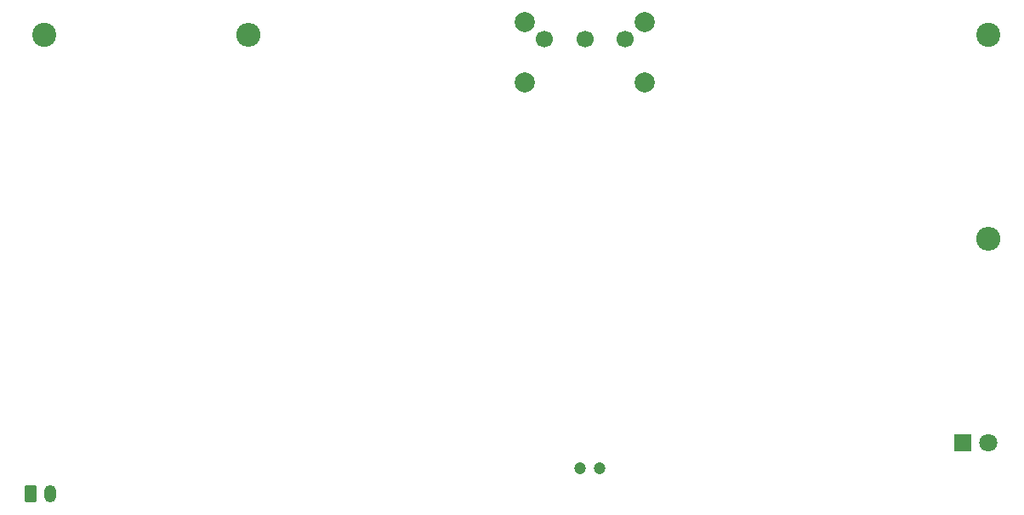
<source format=gbr>
%TF.GenerationSoftware,KiCad,Pcbnew,(6.0.10-0)*%
%TF.CreationDate,2023-02-17T09:12:44-08:00*%
%TF.ProjectId,exercise1_pcb,65786572-6369-4736-9531-5f7063622e6b,rev?*%
%TF.SameCoordinates,Original*%
%TF.FileFunction,Copper,L2,Bot*%
%TF.FilePolarity,Positive*%
%FSLAX46Y46*%
G04 Gerber Fmt 4.6, Leading zero omitted, Abs format (unit mm)*
G04 Created by KiCad (PCBNEW (6.0.10-0)) date 2023-02-17 09:12:44*
%MOMM*%
%LPD*%
G01*
G04 APERTURE LIST*
G04 Aperture macros list*
%AMRoundRect*
0 Rectangle with rounded corners*
0 $1 Rounding radius*
0 $2 $3 $4 $5 $6 $7 $8 $9 X,Y pos of 4 corners*
0 Add a 4 corners polygon primitive as box body*
4,1,4,$2,$3,$4,$5,$6,$7,$8,$9,$2,$3,0*
0 Add four circle primitives for the rounded corners*
1,1,$1+$1,$2,$3*
1,1,$1+$1,$4,$5*
1,1,$1+$1,$6,$7*
1,1,$1+$1,$8,$9*
0 Add four rect primitives between the rounded corners*
20,1,$1+$1,$2,$3,$4,$5,0*
20,1,$1+$1,$4,$5,$6,$7,0*
20,1,$1+$1,$6,$7,$8,$9,0*
20,1,$1+$1,$8,$9,$2,$3,0*%
G04 Aperture macros list end*
%TA.AperFunction,ComponentPad*%
%ADD10C,2.400000*%
%TD*%
%TA.AperFunction,ComponentPad*%
%ADD11O,2.400000X2.400000*%
%TD*%
%TA.AperFunction,ComponentPad*%
%ADD12C,2.000000*%
%TD*%
%TA.AperFunction,ComponentPad*%
%ADD13C,1.700000*%
%TD*%
%TA.AperFunction,ComponentPad*%
%ADD14R,1.800000X1.800000*%
%TD*%
%TA.AperFunction,ComponentPad*%
%ADD15C,1.800000*%
%TD*%
%TA.AperFunction,ComponentPad*%
%ADD16RoundRect,0.250000X-0.350000X-0.625000X0.350000X-0.625000X0.350000X0.625000X-0.350000X0.625000X0*%
%TD*%
%TA.AperFunction,ComponentPad*%
%ADD17O,1.200000X1.750000*%
%TD*%
%TA.AperFunction,ComponentPad*%
%ADD18C,1.200000*%
%TD*%
G04 APERTURE END LIST*
D10*
%TO.P,R2,1*%
%TO.N,Net-(C1-Pad1)*%
X187960000Y-43180000D03*
D11*
%TO.P,R2,2*%
%TO.N,Net-(D1-Pad2)*%
X187960000Y-63500000D03*
%TD*%
D12*
%TO.P,SW1,*%
%TO.N,*%
X153830000Y-47870000D03*
X141830000Y-47870000D03*
X153830000Y-41870000D03*
X141830000Y-41870000D03*
D13*
%TO.P,SW1,1,A*%
%TO.N,unconnected-(SW1-Pad1)*%
X143830000Y-43620000D03*
%TO.P,SW1,2,B*%
%TO.N,Net-(R1-Pad2)*%
X147830000Y-43620000D03*
%TO.P,SW1,3,C*%
%TO.N,Net-(C1-Pad1)*%
X151830000Y-43620000D03*
%TD*%
D14*
%TO.P,D1,1,K*%
%TO.N,Net-(C1-Pad2)*%
X185420000Y-83820000D03*
D15*
%TO.P,D1,2,A*%
%TO.N,Net-(D1-Pad2)*%
X187960000Y-83820000D03*
%TD*%
D10*
%TO.P,R1,1*%
%TO.N,Net-(R1-Pad1)*%
X93980000Y-43180000D03*
D11*
%TO.P,R1,2*%
%TO.N,Net-(R1-Pad2)*%
X114300000Y-43180000D03*
%TD*%
D16*
%TO.P,V1,1,Pin_1*%
%TO.N,Net-(R1-Pad1)*%
X92640000Y-88900000D03*
D17*
%TO.P,V1,2,Pin_2*%
%TO.N,Net-(C1-Pad2)*%
X94640000Y-88900000D03*
%TD*%
D18*
%TO.P,C1,1*%
%TO.N,Net-(C1-Pad1)*%
X147320000Y-86360000D03*
%TO.P,C1,2*%
%TO.N,Net-(C1-Pad2)*%
X149320000Y-86360000D03*
%TD*%
M02*

</source>
